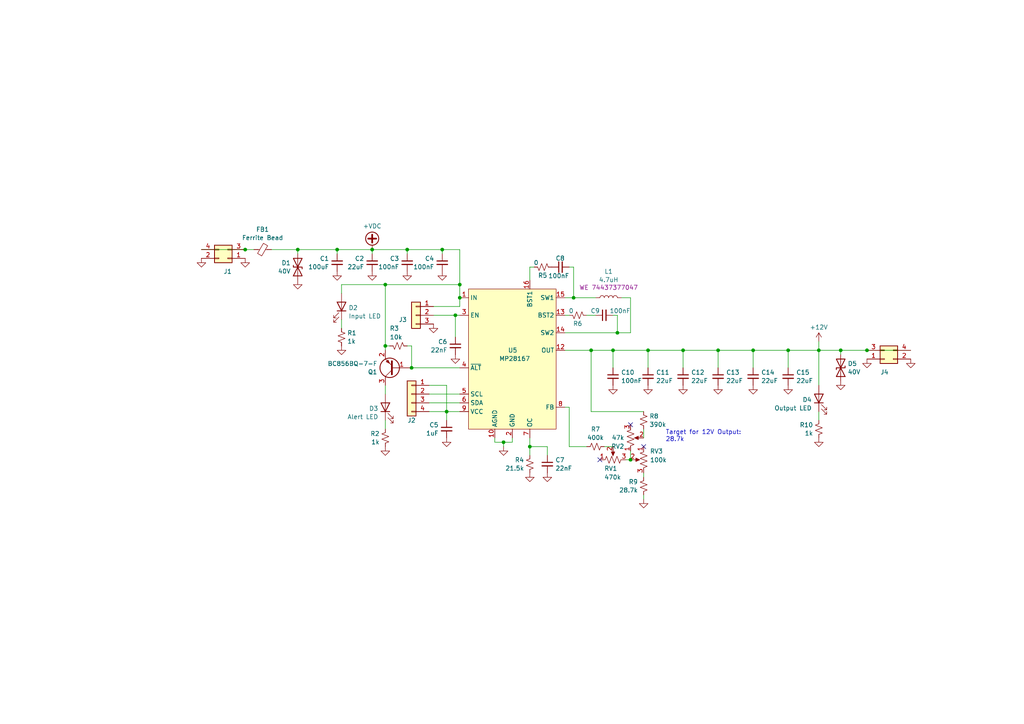
<source format=kicad_sch>
(kicad_sch (version 20231120) (generator "eeschema") (generator_version "8.0")
  (paper "A4")
  (lib_symbols
    (symbol "Connector_Generic:Conn_01x03" (pin_names (offset 1.016) hide)
      (property "Reference" "J" (at 0 5.08 0))
      (property "Value" "Conn_01x03" (at 0 -5.08 0))
      (symbol "Conn_01x03_1_1"
        (rectangle (start -1.27 -2.413) (end 0 -2.667) (stroke (width 0.1524)))
        (rectangle (start -1.27 0.127) (end 0 -0.127) (stroke (width 0.1524)))
        (rectangle (start -1.27 2.667) (end 0 2.413) (stroke (width 0.1524)))
        (rectangle (start -1.27 3.81) (end 1.27 -3.81) (stroke (width 0.254)) (fill (type background)))
        (pin passive line (at -5.08 2.54 0) (length 3.81) (name "Pin_1") (number "1"))
        (pin passive line (at -5.08 0 0) (length 3.81) (name "Pin_2") (number "2"))
        (pin passive line (at -5.08 -2.54 0) (length 3.81) (name "Pin_3") (number "3"))
      )
    )
    (symbol "Connector_Generic:Conn_01x04" (pin_names (offset 1.016) hide)
      (property "Reference" "J" (at 0 5.08 0))
      (property "Value" "Conn_01x04" (at 0 -7.62 0))
      (symbol "Conn_01x04_1_1"
        (rectangle (start -1.27 -4.953) (end 0 -5.207) (stroke (width 0.1524)))
        (rectangle (start -1.27 -2.413) (end 0 -2.667) (stroke (width 0.1524)))
        (rectangle (start -1.27 0.127) (end 0 -0.127) (stroke (width 0.1524)))
        (rectangle (start -1.27 2.667) (end 0 2.413) (stroke (width 0.1524)))
        (rectangle (start -1.27 3.81) (end 1.27 -6.35) (stroke (width 0.254)) (fill (type background)))
        (pin passive line (at -5.08 2.54 0) (length 3.81) (name "Pin_1") (number "1"))
        (pin passive line (at -5.08 0 0) (length 3.81) (name "Pin_2") (number "2"))
        (pin passive line (at -5.08 -2.54 0) (length 3.81) (name "Pin_3") (number "3"))
        (pin passive line (at -5.08 -5.08 0) (length 3.81) (name "Pin_4") (number "4"))
      )
    )
    (symbol "Connector_Generic:Conn_02x02_Odd_Even" (pin_names (offset 1.016) hide)
      (property "Reference" "J" (at 1.27 2.54 0))
      (property "Value" "Conn_02x02_Odd_Even" (at 1.27 -5.08 0))
      (symbol "Conn_02x02_Odd_Even_1_1"
        (rectangle (start -1.27 -2.413) (end 0 -2.667) (stroke (width 0.1524)))
        (rectangle (start -1.27 0.127) (end 0 -0.127) (stroke (width 0.1524)))
        (rectangle (start -1.27 1.27) (end 3.81 -3.81) (stroke (width 0.254)) (fill (type background)))
        (rectangle (start 3.81 -2.413) (end 2.54 -2.667) (stroke (width 0.1524)))
        (rectangle (start 3.81 0.127) (end 2.54 -0.127) (stroke (width 0.1524)))
        (pin passive line (at -5.08 0 0) (length 3.81) (name "Pin_1") (number "1"))
        (pin passive line (at 7.62 0 180) (length 3.81) (name "Pin_2") (number "2"))
        (pin passive line (at -5.08 -2.54 0) (length 3.81) (name "Pin_3") (number "3"))
        (pin passive line (at 7.62 -2.54 180) (length 3.81) (name "Pin_4") (number "4"))
      )
    )
    (symbol "Device:C_Small" (pin_numbers hide) (pin_names (offset 0.254) hide)
      (property "Reference" "C" (at 0.254 1.778 0))
      (property "Value" "C_Small" (at 0.254 -2.032 0))
      (symbol "C_Small_0_1"
        (polyline (pts (xy -1.524 -0.508) (xy 1.524 -0.508)) (stroke (width 0.3302)))
        (polyline (pts (xy -1.524 0.508) (xy 1.524 0.508)) (stroke (width 0.3048)))
      )
      (symbol "C_Small_1_1"
        (pin passive line (at 0 2.54 270) (length 2.032) (name "~") (number "1"))
        (pin passive line (at 0 -2.54 90) (length 2.032) (name "~") (number "2"))
      )
    )
    (symbol "Device:D_TVS" (pin_numbers hide) (pin_names (offset 1.016) hide)
      (property "Reference" "D" (at 0 2.54 0))
      (property "Value" "D_TVS" (at 0 -2.54 0))
      (symbol "D_TVS_0_1"
        (polyline (pts (xy 1.27 0) (xy -1.27 0)))
        (polyline (pts (xy 0.508 1.27) (xy 0 1.27) (xy 0 -1.27) (xy -0.508 -1.27)) (stroke (width 0.254)))
        (polyline (pts (xy -2.54 1.27) (xy -2.54 -1.27) (xy 2.54 1.27) (xy 2.54 -1.27) (xy -2.54 1.27)) (stroke (width 0.254)))
      )
      (symbol "D_TVS_1_1"
        (pin passive line (at -3.81 0 0) (length 2.54) (name "A1") (number "1"))
        (pin passive line (at 3.81 0 180) (length 2.54) (name "A2") (number "2"))
      )
    )
    (symbol "Device:FerriteBead_Small" (pin_numbers hide) (pin_names (offset 0))
      (property "Reference" "FB" (at 1.905 1.27 0))
      (property "Value" "FerriteBead_Small" (at 1.905 -1.27 0))
      (symbol "FerriteBead_Small_0_1"
        (polyline (pts (xy 0 -1.27) (xy 0 -0.7874)))
        (polyline (pts (xy 0 0.889) (xy 0 1.2954)))
        (polyline (pts (xy -1.8288 0.2794) (xy -1.1176 1.4986) (xy 1.8288 -0.2032) (xy 1.1176 -1.4224) (xy -1.8288 0.2794)))
      )
      (symbol "FerriteBead_Small_1_1"
        (pin passive line (at 0 2.54 270) (length 1.27) (name "~") (number "1"))
        (pin passive line (at 0 -2.54 90) (length 1.27) (name "~") (number "2"))
      )
    )
    (symbol "Device:L" (pin_numbers hide) (pin_names (offset 1.016) hide)
      (property "Reference" "L" (at -1.27 0 90))
      (property "Value" "L" (at 1.905 0 90))
      (symbol "L_0_1"
        (arc (start 0 -2.54) (mid 0.6323 -1.905) (end 0 -1.27))
        (arc (start 0 -1.27) (mid 0.6323 -0.635) (end 0 0))
        (arc (start 0 0) (mid 0.6323 0.635) (end 0 1.27))
        (arc (start 0 1.27) (mid 0.6323 1.905) (end 0 2.54))
      )
      (symbol "L_1_1"
        (pin passive line (at 0 3.81 270) (length 1.27) (name "1") (number "1"))
        (pin passive line (at 0 -3.81 90) (length 1.27) (name "2") (number "2"))
      )
    )
    (symbol "Device:LED" (pin_numbers hide) (pin_names (offset 1.016) hide)
      (property "Reference" "D" (at 0 2.54 0))
      (property "Value" "LED" (at 0 -2.54 0))
      (symbol "LED_0_1"
        (polyline (pts (xy -1.27 -1.27) (xy -1.27 1.27)) (stroke (width 0.254)))
        (polyline (pts (xy -1.27 0) (xy 1.27 0)))
        (polyline (pts (xy 1.27 -1.27) (xy 1.27 1.27) (xy -1.27 0) (xy 1.27 -1.27)) (stroke (width 0.254)))
        (polyline (pts (xy -3.048 -0.762) (xy -4.572 -2.286) (xy -3.81 -2.286) (xy -4.572 -2.286) (xy -4.572 -1.524)))
        (polyline (pts (xy -1.778 -0.762) (xy -3.302 -2.286) (xy -2.54 -2.286) (xy -3.302 -2.286) (xy -3.302 -1.524)))
      )
      (symbol "LED_1_1"
        (pin passive line (at -3.81 0 0) (length 2.54) (name "K") (number "1"))
        (pin passive line (at 3.81 0 180) (length 2.54) (name "A") (number "2"))
      )
    )
    (symbol "Device:Q_PNP_BEC" (pin_names (offset 0) hide)
      (property "Reference" "Q" (at 5.08 1.27 0))
      (property "Value" "Q_PNP_BEC" (at 5.08 -1.27 0))
      (symbol "Q_PNP_BEC_0_1"
        (polyline (pts (xy 0.635 0.635) (xy 2.54 2.54)))
        (polyline (pts (xy 0.635 -0.635) (xy 2.54 -2.54) (xy 2.54 -2.54)))
        (polyline (pts (xy 0.635 1.905) (xy 0.635 -1.905) (xy 0.635 -1.905)) (stroke (width 0.508)))
        (polyline (pts (xy 2.286 -1.778) (xy 1.778 -2.286) (xy 1.27 -1.27) (xy 2.286 -1.778) (xy 2.286 -1.778)) (fill (type outline)))
        (circle (center 1.27 0) (radius 2.8194) (stroke (width 0.254)))
      )
      (symbol "Q_PNP_BEC_1_1"
        (pin input line (at -5.08 0 0) (length 5.715) (name "B") (number "1"))
        (pin passive line (at 2.54 -5.08 90) (length 2.54) (name "E") (number "2"))
        (pin passive line (at 2.54 5.08 270) (length 2.54) (name "C") (number "3"))
      )
    )
    (symbol "Device:R_Potentiometer_US" (pin_names (offset 1.016) hide)
      (property "Reference" "RV" (at -4.445 0 90))
      (property "Value" "R_Potentiometer_US" (at -2.54 0 90))
      (symbol "R_Potentiometer_US_0_1"
        (polyline (pts (xy 0 -2.286) (xy 0 -2.54)))
        (polyline (pts (xy 0 2.54) (xy 0 2.286)))
        (polyline (pts (xy 2.54 0) (xy 1.524 0)))
        (polyline (pts (xy 1.143 0) (xy 2.286 0.508) (xy 2.286 -0.508) (xy 1.143 0)) (fill (type outline)))
        (polyline (pts (xy 0 -0.762) (xy 1.016 -1.143) (xy 0 -1.524) (xy -1.016 -1.905) (xy 0 -2.286)))
        (polyline (pts (xy 0 0.762) (xy 1.016 0.381) (xy 0 0) (xy -1.016 -0.381) (xy 0 -0.762)))
        (polyline (pts (xy 0 2.286) (xy 1.016 1.905) (xy 0 1.524) (xy -1.016 1.143) (xy 0 0.762)))
      )
      (symbol "R_Potentiometer_US_1_1"
        (pin passive line (at 0 3.81 270) (length 1.27) (name "1") (number "1"))
        (pin passive line (at 3.81 0 180) (length 1.27) (name "2") (number "2"))
        (pin passive line (at 0 -3.81 90) (length 1.27) (name "3") (number "3"))
      )
    )
    (symbol "Device:R_Small_US" (pin_numbers hide) (pin_names (offset 0.254) hide)
      (property "Reference" "R" (at 0.762 0.508 0))
      (property "Value" "R_Small_US" (at 0.762 -1.016 0))
      (symbol "R_Small_US_1_1"
        (polyline (pts (xy 0 0) (xy 1.016 -0.381) (xy 0 -0.762) (xy -1.016 -1.143) (xy 0 -1.524)))
        (polyline (pts (xy 0 1.524) (xy 1.016 1.143) (xy 0 0.762) (xy -1.016 0.381) (xy 0 0)))
        (pin passive line (at 0 2.54 270) (length 1.016) (name "~") (number "1"))
        (pin passive line (at 0 -2.54 90) (length 1.016) (name "~") (number "2"))
      )
    )
    (symbol "GND_2" (power) (pin_names (offset 0))
      (property "Value" "GND_2" (at 0 -3.81 0))
      (symbol "GND_2_0_1"
        (polyline (pts (xy 0 0) (xy 0 -1.27) (xy 1.27 -1.27) (xy 0 -2.54) (xy -1.27 -1.27) (xy 0 -1.27)))
      )
      (symbol "GND_2_1_1"
        (pin power_in line (at 0 0 270) (length 0) hide (name "GND") (number "1"))
      )
    )
    (symbol "MR_COM_Libraries:MP28167-A"
      (property "Reference" "U" (at 0 21.59 0))
      (property "Value" "MP28167" (at 0 21.59 0))
      (symbol "MP28167-A_0_0"
        (pin power_in line (at -15.24 17.78 0) (length 2.54) (name "IN") (number "1"))
        (pin power_in line (at -5.08 -22.86 90) (length 2.54) (name "AGND") (number "10"))
        (pin power_out line (at 15.24 2.54 180) (length 2.54) (name "OUT") (number "12"))
        (pin input line (at 15.24 12.7 180) (length 2.54) (name "BST2") (number "13"))
        (pin output line (at 15.24 7.62 180) (length 2.54) (name "SW2") (number "14"))
        (pin output line (at 15.24 17.78 180) (length 2.54) (name "SW1") (number "15"))
        (pin input line (at 5.08 22.86 270) (length 2.54) (name "BST1") (number "16"))
        (pin power_in line (at 0 -22.86 90) (length 2.54) (name "GND") (number "2"))
        (pin input line (at -15.24 12.7 0) (length 2.54) (name "EN") (number "3"))
        (pin bidirectional line (at -15.24 -10.16 0) (length 2.54) (name "SCL") (number "5"))
        (pin bidirectional line (at -15.24 -12.7 0) (length 2.54) (name "SDA") (number "6"))
        (pin input line (at 5.08 -22.86 90) (length 2.54) (name "OC") (number "7"))
        (pin input line (at 15.24 -13.97 180) (length 2.54) (name "FB") (number "8"))
        (pin output line (at -15.24 -15.24 0) (length 2.54) (name "VCC") (number "9"))
      )
      (symbol "MP28167-A_1_0"
        (pin power_in line (at 0 -22.86 90) (length 2.54) hide (name "GND") (number "11"))
        (pin output line (at -15.24 -2.54 0) (length 2.54) (name "~{ALT}") (number "4"))
      )
      (symbol "MP28167-A_1_1"
        (rectangle (start -12.7 20.32) (end 12.7 -20.32) (fill (type background)))
      )
    )
    (symbol "power:+12V" (power) (pin_names (offset 0))
      (property "Value" "+12V" (at 0 3.556 0))
      (symbol "+12V_0_1"
        (polyline (pts (xy -0.762 1.27) (xy 0 2.54)))
        (polyline (pts (xy 0 0) (xy 0 2.54)))
        (polyline (pts (xy 0 2.54) (xy 0.762 1.27)))
      )
      (symbol "+12V_1_1"
        (pin power_in line (at 0 0 90) (length 0) hide (name "+12V") (number "1"))
      )
    )
    (symbol "power:+VDC" (power) (pin_names (offset 0))
      (property "Value" "+VDC" (at 0 6.35 0))
      (symbol "+VDC_0_1"
        (polyline (pts (xy -1.143 3.175) (xy 1.143 3.175)) (stroke (width 0.508)))
        (polyline (pts (xy 0 0) (xy 0 1.27)))
        (polyline (pts (xy 0 2.032) (xy 0 4.318)) (stroke (width 0.508)))
        (circle (center 0 3.175) (radius 1.905) (stroke (width 0.254)))
      )
      (symbol "+VDC_1_1"
        (pin power_in line (at 0 0 90) (length 0) hide (name "+VDC") (number "1"))
      )
    )
  )
  (junction (at 251.46 101.6))
  (junction (at 132.08 91.44))
  (junction (at 71.12 72.39))
  (junction (at 111.76 100.33))
  (junction (at 111.76 82.55))
  (junction (at 119.38 106.68))
  (junction (at 198.12 101.6))
  (junction (at 182.88 133.35))
  (junction (at 218.44 101.6))
  (junction (at 237.49 101.6))
  (junction (at 86.36 72.39))
  (junction (at 177.8 101.6))
  (junction (at 133.35 82.55))
  (junction (at 128.27 72.39))
  (junction (at 208.28 101.6))
  (junction (at 133.35 86.36))
  (junction (at 171.45 101.6))
  (junction (at 97.79 72.39))
  (junction (at 179.07 96.52))
  (junction (at 243.84 101.6))
  (junction (at 129.54 119.38))
  (junction (at 107.95 72.39))
  (junction (at 166.37 86.36))
  (junction (at 118.11 72.39))
  (junction (at 187.96 101.6))
  (junction (at 228.6 101.6))
  (junction (at 146.05 128.27))
  (junction (at 153.67 129.54))
  (no_connect (at 173.99 133.35))
  (no_connect (at 182.88 123.19))
  (no_connect (at 186.69 129.54))
  (wire (pts (xy 153.67 77.47) (xy 153.67 81.28)))
  (wire (pts (xy 251.46 101.6) (xy 264.16 101.6)))
  (wire (pts (xy 186.69 119.38) (xy 171.45 119.38)))
  (wire (pts (xy 218.44 101.6) (xy 228.6 101.6)))
  (wire (pts (xy 182.88 96.52) (xy 179.07 96.52)))
  (wire (pts (xy 165.1 77.47) (xy 166.37 77.47)))
  (wire (pts (xy 125.73 91.44) (xy 132.08 91.44)))
  (wire (pts (xy 187.96 101.6) (xy 198.12 101.6)))
  (wire (pts (xy 163.83 118.11) (xy 165.1 118.11)))
  (wire (pts (xy 198.12 101.6) (xy 208.28 101.6)))
  (wire (pts (xy 153.67 129.54) (xy 153.67 127)))
  (wire (pts (xy 177.8 101.6) (xy 187.96 101.6)))
  (wire (pts (xy 99.06 82.55) (xy 99.06 85.09)))
  (wire (pts (xy 118.11 72.39) (xy 128.27 72.39)))
  (wire (pts (xy 165.1 129.54) (xy 170.18 129.54)))
  (wire (pts (xy 129.54 111.76) (xy 129.54 119.38)))
  (wire (pts (xy 163.83 91.44) (xy 165.1 91.44)))
  (wire (pts (xy 208.28 101.6) (xy 218.44 101.6)))
  (wire (pts (xy 208.28 106.68) (xy 208.28 101.6)))
  (wire (pts (xy 97.79 72.39) (xy 97.79 73.66)))
  (wire (pts (xy 228.6 101.6) (xy 237.49 101.6)))
  (wire (pts (xy 237.49 119.38) (xy 237.49 121.92)))
  (wire (pts (xy 71.12 72.39) (xy 73.66 72.39)))
  (wire (pts (xy 198.12 106.68) (xy 198.12 101.6)))
  (wire (pts (xy 124.46 116.84) (xy 133.35 116.84)))
  (wire (pts (xy 243.84 101.6) (xy 251.46 101.6)))
  (wire (pts (xy 78.74 72.39) (xy 86.36 72.39)))
  (wire (pts (xy 171.45 101.6) (xy 163.83 101.6)))
  (wire (pts (xy 111.76 121.92) (xy 111.76 124.46)))
  (wire (pts (xy 97.79 72.39) (xy 107.95 72.39)))
  (wire (pts (xy 186.69 138.43) (xy 186.69 137.16)))
  (wire (pts (xy 170.18 91.44) (xy 172.72 91.44)))
  (wire (pts (xy 128.27 72.39) (xy 128.27 73.66)))
  (wire (pts (xy 133.35 82.55) (xy 133.35 86.36)))
  (wire (pts (xy 99.06 92.71) (xy 99.06 95.25)))
  (wire (pts (xy 153.67 132.08) (xy 153.67 129.54)))
  (wire (pts (xy 124.46 111.76) (xy 129.54 111.76)))
  (wire (pts (xy 143.51 127) (xy 143.51 128.27)))
  (wire (pts (xy 146.05 129.54) (xy 146.05 128.27)))
  (wire (pts (xy 58.42 72.39) (xy 71.12 72.39)))
  (wire (pts (xy 187.96 106.68) (xy 187.96 101.6)))
  (wire (pts (xy 165.1 118.11) (xy 165.1 129.54)))
  (wire (pts (xy 107.95 72.39) (xy 107.95 73.66)))
  (wire (pts (xy 111.76 82.55) (xy 133.35 82.55)))
  (wire (pts (xy 171.45 101.6) (xy 177.8 101.6)))
  (wire (pts (xy 243.84 101.6) (xy 243.84 102.87)))
  (wire (pts (xy 119.38 100.33) (xy 119.38 106.68)))
  (wire (pts (xy 128.27 72.39) (xy 133.35 72.39)))
  (wire (pts (xy 124.46 119.38) (xy 129.54 119.38)))
  (wire (pts (xy 111.76 100.33) (xy 111.76 82.55)))
  (wire (pts (xy 166.37 86.36) (xy 172.72 86.36)))
  (wire (pts (xy 163.83 86.36) (xy 166.37 86.36)))
  (wire (pts (xy 111.76 100.33) (xy 113.03 100.33)))
  (wire (pts (xy 237.49 99.06) (xy 237.49 101.6)))
  (wire (pts (xy 153.67 77.47) (xy 154.94 77.47)))
  (wire (pts (xy 86.36 73.66) (xy 86.36 72.39)))
  (wire (pts (xy 99.06 82.55) (xy 111.76 82.55)))
  (wire (pts (xy 111.76 111.76) (xy 111.76 114.3)))
  (wire (pts (xy 182.88 130.81) (xy 182.88 133.35)))
  (wire (pts (xy 86.36 72.39) (xy 97.79 72.39)))
  (wire (pts (xy 133.35 91.44) (xy 132.08 91.44)))
  (wire (pts (xy 132.08 91.44) (xy 132.08 97.79)))
  (wire (pts (xy 177.8 101.6) (xy 177.8 106.68)))
  (wire (pts (xy 182.88 86.36) (xy 182.88 96.52)))
  (wire (pts (xy 129.54 121.92) (xy 129.54 119.38)))
  (wire (pts (xy 228.6 106.68) (xy 228.6 101.6)))
  (wire (pts (xy 143.51 128.27) (xy 146.05 128.27)))
  (wire (pts (xy 111.76 100.33) (xy 111.76 101.6)))
  (wire (pts (xy 237.49 101.6) (xy 237.49 111.76)))
  (wire (pts (xy 107.95 72.39) (xy 118.11 72.39)))
  (wire (pts (xy 118.11 100.33) (xy 119.38 100.33)))
  (wire (pts (xy 133.35 72.39) (xy 133.35 82.55)))
  (wire (pts (xy 133.35 119.38) (xy 129.54 119.38)))
  (wire (pts (xy 186.69 144.78) (xy 186.69 143.51)))
  (wire (pts (xy 125.73 88.9) (xy 133.35 88.9)))
  (wire (pts (xy 124.46 114.3) (xy 133.35 114.3)))
  (wire (pts (xy 158.75 132.08) (xy 158.75 129.54)))
  (wire (pts (xy 148.59 128.27) (xy 148.59 127)))
  (wire (pts (xy 146.05 128.27) (xy 148.59 128.27)))
  (wire (pts (xy 218.44 106.68) (xy 218.44 101.6)))
  (wire (pts (xy 177.8 129.54) (xy 175.26 129.54)))
  (wire (pts (xy 177.8 91.44) (xy 179.07 91.44)))
  (wire (pts (xy 179.07 91.44) (xy 179.07 96.52)))
  (wire (pts (xy 181.61 133.35) (xy 182.88 133.35)))
  (wire (pts (xy 180.34 86.36) (xy 182.88 86.36)))
  (wire (pts (xy 118.11 72.39) (xy 118.11 73.66)))
  (wire (pts (xy 237.49 101.6) (xy 243.84 101.6)))
  (wire (pts (xy 166.37 77.47) (xy 166.37 86.36)))
  (wire (pts (xy 163.83 96.52) (xy 179.07 96.52)))
  (wire (pts (xy 186.69 124.46) (xy 186.69 127)))
  (wire (pts (xy 171.45 101.6) (xy 171.45 119.38)))
  (wire (pts (xy 133.35 88.9) (xy 133.35 86.36)))
  (wire (pts (xy 119.38 106.68) (xy 133.35 106.68)))
  (wire (pts (xy 153.67 129.54) (xy 158.75 129.54)))
  (text "Target for 12V Output:\n28.7k" (at 193.04 128.27 0) (effects (font (size 1.27 1.27)) (justify left bottom)))
  (symbol (lib_id "Device:C_Small") (at 158.75 134.62 0) (unit 1)
    (property "Reference" "C7" (at 161.0741 133.4142 0) (effects (justify left)))
    (property "Value" "22nF" (at 161.0741 135.8384 0) (effects (justify left)))
    (property "Footprint" "Capacitor_SMD:C_0603_1608Metric_Pad1.08x0.95mm_HandSolder" (effects (hide yes)))
  )
  (symbol (lib_name "GND_2") (lib_id "power:GND") (at 58.42 74.93 0) (unit 1)
    (property "Reference" "#PWR01" (effects (hide yes)))
    (property "Value" "GND" (effects (hide yes)))
  )
  (symbol (lib_id "MR_COM_Libraries:MP28167-A") (at 148.59 104.14 0) (unit 1)
    (property "Reference" "U5" (at 147.32 101.6 0) (effects (justify left)))
    (property "Value" "MP28167" (at 144.78 104.0242 0) (effects (justify left)))
    (property "Footprint" "obcModule:MP28167" (effects (hide yes)))
    (property "Datasheet" "https://www.monolithicpower.com/en/documentview/productdocument/index/version/2/document_type/Datasheet/lang/en/sku/MP28167GQ-A/" (effects (hide yes)))
  )
  (symbol (lib_name "GND_2") (lib_id "power:GND") (at 86.36 81.28 0) (unit 1)
    (property "Reference" "#PWR05" (effects (hide yes)))
    (property "Value" "GND" (effects (hide yes)))
  )
  (symbol (lib_id "Device:LED") (at 111.76 118.11 90) (unit 1)
    (property "Reference" "D3" (at 109.728 118.4854 90) (effects (justify left)))
    (property "Value" "Alert LED" (at 109.728 120.9096 90) (effects (justify left)))
    (property "Footprint" "LED_SMD:LED_0603_1608Metric_Pad1.05x0.95mm_HandSolder" (effects (hide yes)))
  )
  (symbol (lib_name "GND_2") (lib_id "power:GND") (at 125.73 93.98 0) (mirror y) (unit 1)
    (property "Reference" "#PWR012" (effects (hide yes)))
    (property "Value" "GND" (effects (hide yes)))
  )
  (symbol (lib_id "Connector_Generic:Conn_02x02_Odd_Even") (at 256.54 104.14 0) (mirror x) (unit 1)
    (property "Reference" "J4" (at 256.54 107.95 0))
    (property "Value" "Conn_01x02" (effects (hide yes)))
    (property "Footprint" "Connector_PinHeader_2.54mm:PinHeader_2x02_P2.54mm_Vertical" (effects (hide yes)))
  )
  (symbol (lib_id "Device:LED") (at 99.06 88.9 270) (mirror x) (unit 1)
    (property "Reference" "D2" (at 101.092 89.2754 90) (effects (justify left)))
    (property "Value" "Input LED" (at 101.092 91.6996 90) (effects (justify left)))
    (property "Footprint" "LED_SMD:LED_0603_1608Metric_Pad1.05x0.95mm_HandSolder" (effects (hide yes)))
  )
  (symbol (lib_name "GND_2") (lib_id "power:GND") (at 99.06 100.33 0) (unit 1)
    (property "Reference" "#PWR07" (effects (hide yes)))
    (property "Value" "GND" (effects (hide yes)))
  )
  (symbol (lib_id "Device:R_Small_US") (at 172.72 129.54 90) (unit 1)
    (property "Reference" "R7" (at 172.72 124.5067 90))
    (property "Value" "400k" (at 172.72 126.9309 90))
    (property "Footprint" "Resistor_SMD:R_0603_1608Metric_Pad0.98x0.95mm_HandSolder" (effects (hide yes)))
  )
  (symbol (lib_id "Device:R_Small_US") (at 111.76 127 0) (mirror y) (unit 1)
    (property "Reference" "R2" (at 110.109 125.7879 0) (effects (justify left)))
    (property "Value" "1k" (at 110.109 128.2121 0) (effects (justify left)))
    (property "Footprint" "Resistor_SMD:R_0603_1608Metric_Pad0.98x0.95mm_HandSolder" (effects (hide yes)))
  )
  (symbol (lib_id "Device:C_Small") (at 107.95 76.2 0) (mirror y) (unit 1)
    (property "Reference" "C2" (at 105.6259 74.9942 0) (effects (justify left)))
    (property "Value" "22uF" (at 105.6259 77.4184 0) (effects (justify left)))
    (property "Footprint" "Capacitor_SMD:C_0805_2012Metric_Pad1.18x1.45mm_HandSolder" (effects (hide yes)))
  )
  (symbol (lib_id "Device:C_Small") (at 129.54 124.46 0) (mirror y) (unit 1)
    (property "Reference" "C5" (at 127.2159 123.2542 0) (effects (justify left)))
    (property "Value" "1uF" (at 127.2159 125.6784 0) (effects (justify left)))
    (property "Footprint" "Capacitor_SMD:C_0603_1608Metric_Pad1.08x0.95mm_HandSolder" (effects (hide yes)))
  )
  (symbol (lib_name "GND_2") (lib_id "power:GND") (at 218.44 111.76 0) (mirror y) (unit 1)
    (property "Reference" "#PWR024" (effects (hide yes)))
    (property "Value" "GND" (effects (hide yes)))
  )
  (symbol (lib_name "GND_2") (lib_id "power:GND") (at 198.12 111.76 0) (mirror y) (unit 1)
    (property "Reference" "#PWR022" (effects (hide yes)))
    (property "Value" "GND" (effects (hide yes)))
  )
  (symbol (lib_id "Device:R_Small_US") (at 115.57 100.33 90) (mirror x) (unit 1)
    (property "Reference" "R3" (at 113.03 95.25 90) (effects (justify right)))
    (property "Value" "10k" (at 113.03 97.79 90) (effects (justify right)))
    (property "Footprint" "Resistor_SMD:R_0603_1608Metric_Pad0.98x0.95mm_HandSolder" (effects (hide yes)))
  )
  (symbol (lib_id "Device:R_Potentiometer_US") (at 186.69 133.35 0) (mirror y) (unit 1)
    (property "Reference" "RV3" (at 188.4979 130.8706 0) (effects (justify right)))
    (property "Value" "100k" (at 188.4979 133.4106 0) (effects (justify right)))
    (property "Footprint" "Potentiometer_SMD:Potentiometer_Bourns_TC33X_Vertical" (effects (hide yes)))
    (property "Datasheet" "https://www.bourns.com/docs/Product-Datasheets/TC33.pdf" (effects (hide yes)))
    (property "Field5" "Bournes TC33" (effects (hide yes)))
  )
  (symbol (lib_id "Device:R_Small_US") (at 157.48 77.47 270) (mirror x) (unit 1)
    (property "Reference" "R5" (at 158.75 79.8942 90) (effects (justify right)))
    (property "Value" "0" (at 156.21 76.2 90) (effects (justify right)))
    (property "Footprint" "Resistor_SMD:R_0402_1005Metric_Pad0.72x0.64mm_HandSolder" (effects (hide yes)))
  )
  (symbol (lib_id "Device:L") (at 176.53 86.36 90) (unit 1)
    (property "Reference" "L1" (at 176.53 78.74 90))
    (property "Value" "4.7uH" (at 176.53 81.1642 90))
    (property "Footprint" "obcModule:WE_74437377047" (effects (hide yes)))
    (property "Datasheet" "https://www.we-online.com/components/products/datasheet/74437377047.pdf" (effects (hide yes)))
    (property "Field4" "7.5A" (effects (hide yes)))
    (property "Field5" "https://www.digikey.com/en/products/detail/w%C3%BCrth-elektronik/74437377047/2791104" (effects (hide yes)))
    (property "Field6" "WE 74437377047" (at 176.53 83.3896 90))
  )
  (symbol (lib_id "Device:C_Small") (at 218.44 109.22 0) (unit 1)
    (property "Reference" "C14" (at 220.7641 108.0142 0) (effects (justify left)))
    (property "Value" "22uF" (at 220.7641 110.4384 0) (effects (justify left)))
    (property "Footprint" "Capacitor_SMD:C_0805_2012Metric_Pad1.18x1.45mm_HandSolder" (effects (hide yes)))
  )
  (symbol (lib_name "GND_2") (lib_id "power:GND") (at 153.67 137.16 0) (unit 1)
    (property "Reference" "#PWR017" (effects (hide yes)))
    (property "Value" "GND" (effects (hide yes)))
  )
  (symbol (lib_name "GND_2") (lib_id "power:GND") (at 237.49 127 0) (unit 1)
    (property "Reference" "#PWR027" (effects (hide yes)))
    (property "Value" "GND" (effects (hide yes)))
  )
  (symbol (lib_id "Connector_Generic:Conn_02x02_Odd_Even") (at 66.04 74.93 180) (unit 1)
    (property "Reference" "J1" (at 66.04 78.74 0))
    (property "Value" "Conn_01x02" (effects (hide yes)))
    (property "Footprint" "Connector_PinHeader_2.54mm:PinHeader_2x02_P2.54mm_Vertical" (effects (hide yes)))
  )
  (symbol (lib_id "Device:R_Small_US") (at 167.64 91.44 270) (mirror x) (unit 1)
    (property "Reference" "R6" (at 168.91 93.8642 90) (effects (justify right)))
    (property "Value" "0" (at 166.37 90.17 90) (effects (justify right)))
    (property "Footprint" "Resistor_SMD:R_0402_1005Metric_Pad0.72x0.64mm_HandSolder" (effects (hide yes)))
  )
  (symbol (lib_id "Device:C_Small") (at 187.96 109.22 0) (unit 1)
    (property "Reference" "C11" (at 190.2841 108.0142 0) (effects (justify left)))
    (property "Value" "22uF" (at 190.2841 110.4384 0) (effects (justify left)))
    (property "Footprint" "Capacitor_SMD:C_0805_2012Metric_Pad1.18x1.45mm_HandSolder" (effects (hide yes)))
  )
  (symbol (lib_id "Device:R_Small_US") (at 186.69 140.97 0) (mirror x) (unit 1)
    (property "Reference" "R9" (at 185.039 139.7579 0) (effects (justify right)))
    (property "Value" "28.7k" (at 185.039 142.1821 0) (effects (justify right)))
    (property "Footprint" "Resistor_SMD:R_0603_1608Metric_Pad0.98x0.95mm_HandSolder" (effects (hide yes)))
  )
  (symbol (lib_name "GND_2") (lib_id "power:GND") (at 177.8 111.76 0) (unit 1)
    (property "Reference" "#PWR019" (effects (hide yes)))
    (property "Value" "GND" (effects (hide yes)))
  )
  (symbol (lib_id "power:+12V") (at 237.49 99.06 0) (unit 1)
    (property "Reference" "#PWR026" (effects (hide yes)))
    (property "Value" "+12V" (at 237.49 94.9269 0))
  )
  (symbol (lib_name "GND_2") (lib_id "power:GND") (at 251.46 104.14 0) (mirror y) (unit 1)
    (property "Reference" "#PWR029" (effects (hide yes)))
    (property "Value" "GND" (effects (hide yes)))
  )
  (symbol (lib_id "Device:D_TVS") (at 243.84 106.68 270) (mirror x) (unit 1)
    (property "Reference" "D5" (at 245.872 105.4679 90) (effects (justify left)))
    (property "Value" "40V" (at 245.872 107.8921 90) (effects (justify left)))
    (property "Footprint" "libraries:PowerDI_123" (effects (hide yes)))
    (property "Datasheet" "https://www.diodes.com/assets/Datasheets/DFLT5V0A_DFLT220A.pdf" (effects (hide yes)))
    (property "Digikey" "https://www.digikey.com/en/products/detail/diodes-incorporated/DFLT27A-7/776771" (effects (hide yes)))
  )
  (symbol (lib_id "Device:C_Small") (at 208.28 109.22 0) (unit 1)
    (property "Reference" "C13" (at 210.6041 108.0142 0) (effects (justify left)))
    (property "Value" "22uF" (at 210.6041 110.4384 0) (effects (justify left)))
    (property "Footprint" "Capacitor_SMD:C_0805_2012Metric_Pad1.18x1.45mm_HandSolder" (effects (hide yes)))
  )
  (symbol (lib_name "GND_2") (lib_id "power:GND") (at 264.16 104.14 0) (mirror y) (unit 1)
    (property "Reference" "#PWR032" (effects (hide yes)))
    (property "Value" "GND" (effects (hide yes)))
  )
  (symbol (lib_id "Device:R_Potentiometer_US") (at 177.8 133.35 90) (unit 1)
    (property "Reference" "RV1" (at 175.26 135.89 90) (effects (justify right)))
    (property "Value" "470k" (at 175.26 138.43 90) (effects (justify right)))
    (property "Footprint" "Potentiometer_SMD:Potentiometer_Bourns_TC33X_Vertical" (effects (hide yes)))
    (property "Datasheet" "https://www.bourns.com/docs/Product-Datasheets/TC33.pdf" (effects (hide yes)))
    (property "Field5" "Bournes TC33" (effects (hide yes)))
  )
  (symbol (lib_name "GND_2") (lib_id "power:GND") (at 243.84 110.49 0) (mirror y) (unit 1)
    (property "Reference" "#PWR028" (effects (hide yes)))
    (property "Value" "GND" (effects (hide yes)))
  )
  (symbol (lib_name "GND_2") (lib_id "power:GND") (at 97.79 78.74 0) (unit 1)
    (property "Reference" "#PWR06" (effects (hide yes)))
    (property "Value" "GND" (effects (hide yes)))
  )
  (symbol (lib_name "GND_2") (lib_id "power:GND") (at 118.11 78.74 0) (unit 1)
    (property "Reference" "#PWR011" (effects (hide yes)))
    (property "Value" "GND" (effects (hide yes)))
  )
  (symbol (lib_id "Device:D_TVS") (at 86.36 77.47 90) (unit 1)
    (property "Reference" "D1" (at 84.328 76.2579 90) (effects (justify left)))
    (property "Value" "40V" (at 84.328 78.6821 90) (effects (justify left)))
    (property "Footprint" "libraries:PowerDI_123" (effects (hide yes)))
    (property "Datasheet" "https://www.diodes.com/assets/Datasheets/DFLT5V0A_DFLT220A.pdf" (effects (hide yes)))
    (property "Digikey" "https://www.digikey.com/en/products/detail/diodes-incorporated/DFLT27A-7/776771" (effects (hide yes)))
  )
  (symbol (lib_id "Device:R_Small_US") (at 186.69 121.92 180) (unit 1)
    (property "Reference" "R8" (at 188.341 120.7079 0) (effects (justify right)))
    (property "Value" "390k" (at 188.341 123.1321 0) (effects (justify right)))
    (property "Footprint" "Resistor_SMD:R_0603_1608Metric_Pad0.98x0.95mm_HandSolder" (effects (hide yes)))
  )
  (symbol (lib_id "Device:C_Small") (at 177.8 109.22 0) (unit 1)
    (property "Reference" "C10" (at 180.1241 108.0142 0) (effects (justify left)))
    (property "Value" "100nF" (at 180.1241 110.4384 0) (effects (justify left)))
    (property "Footprint" "Capacitor_SMD:C_0603_1608Metric_Pad1.08x0.95mm_HandSolder" (effects (hide yes)))
  )
  (symbol (lib_id "Device:C_Small") (at 162.56 77.47 90) (unit 1)
    (property "Reference" "C8" (at 163.83 74.93 90) (effects (justify left)))
    (property "Value" "100nF" (at 165.1 80.01 90) (effects (justify left)))
    (property "Footprint" "Capacitor_SMD:C_0603_1608Metric_Pad1.08x0.95mm_HandSolder" (effects (hide yes)))
  )
  (symbol (lib_id "Device:C_Small") (at 228.6 109.22 0) (unit 1)
    (property "Reference" "C15" (at 230.9241 108.0142 0) (effects (justify left)))
    (property "Value" "22uF" (at 230.9241 110.4384 0) (effects (justify left)))
    (property "Footprint" "Capacitor_SMD:C_0805_2012Metric_Pad1.18x1.45mm_HandSolder" (effects (hide yes)))
  )
  (symbol (lib_name "GND_2") (lib_id "power:GND") (at 107.95 78.74 0) (unit 1)
    (property "Reference" "#PWR09" (effects (hide yes)))
    (property "Value" "GND" (effects (hide yes)))
  )
  (symbol (lib_id "Device:C_Small") (at 128.27 76.2 0) (mirror y) (unit 1)
    (property "Reference" "C4" (at 125.9459 74.9942 0) (effects (justify left)))
    (property "Value" "100nF" (at 125.9459 77.4184 0) (effects (justify left)))
    (property "Footprint" "Capacitor_SMD:C_0603_1608Metric_Pad1.08x0.95mm_HandSolder" (effects (hide yes)))
  )
  (symbol (lib_name "GND_2") (lib_id "power:GND") (at 186.69 144.78 0) (unit 1)
    (property "Reference" "#PWR020" (effects (hide yes)))
    (property "Value" "GND" (effects (hide yes)))
  )
  (symbol (lib_id "Device:Q_PNP_BEC") (at 114.3 106.68 180) (unit 1)
    (property "Reference" "Q1" (at 109.4486 107.8921 0) (effects (justify left)))
    (property "Value" "BC856BQ-7-F" (at 109.4486 105.4679 0) (effects (justify left)))
    (property "Footprint" "Package_TO_SOT_SMD:SOT-23" (effects (hide yes)))
  )
  (symbol (lib_id "Device:LED") (at 237.49 115.57 90) (unit 1)
    (property "Reference" "D4" (at 235.458 115.9454 90) (effects (justify left)))
    (property "Value" "Output LED" (at 235.458 118.3696 90) (effects (justify left)))
    (property "Footprint" "LED_SMD:LED_0603_1608Metric_Pad1.05x0.95mm_HandSolder" (effects (hide yes)))
  )
  (symbol (lib_id "Device:R_Small_US") (at 237.49 124.46 0) (mirror y) (unit 1)
    (property "Reference" "R10" (at 235.839 123.2479 0) (effects (justify left)))
    (property "Value" "1k" (at 235.839 125.6721 0) (effects (justify left)))
    (property "Footprint" "Resistor_SMD:R_0603_1608Metric_Pad0.98x0.95mm_HandSolder" (effects (hide yes)))
  )
  (symbol (lib_name "GND_2") (lib_id "power:GND") (at 208.28 111.76 0) (mirror y) (unit 1)
    (property "Reference" "#PWR023" (effects (hide yes)))
    (property "Value" "GND" (effects (hide yes)))
  )
  (symbol (lib_id "Device:R_Small_US") (at 99.06 97.79 0) (unit 1)
    (property "Reference" "R1" (at 100.711 96.5779 0) (effects (justify left)))
    (property "Value" "1k" (at 100.711 99.0021 0) (effects (justify left)))
    (property "Footprint" "Resistor_SMD:R_0603_1608Metric_Pad0.98x0.95mm_HandSolder" (effects (hide yes)))
  )
  (symbol (lib_id "power:+VDC") (at 107.95 72.39 0) (unit 1)
    (property "Reference" "#PWR08" (effects (hide yes)))
    (property "Value" "+VDC" (at 107.95 65.5899 0))
  )
  (symbol (lib_name "GND_2") (lib_id "power:GND") (at 132.08 102.87 0) (mirror y) (unit 1)
    (property "Reference" "#PWR015" (effects (hide yes)))
    (property "Value" "GND" (effects (hide yes)))
  )
  (symbol (lib_id "Device:C_Small") (at 198.12 109.22 0) (unit 1)
    (property "Reference" "C12" (at 200.4441 108.0142 0) (effects (justify left)))
    (property "Value" "22uF" (at 200.4441 110.4384 0) (effects (justify left)))
    (property "Footprint" "Capacitor_SMD:C_0805_2012Metric_Pad1.18x1.45mm_HandSolder" (effects (hide yes)))
  )
  (symbol (lib_id "Device:FerriteBead_Small") (at 76.2 72.39 90) (unit 1)
    (property "Reference" "FB1" (at 76.1619 66.5439 90))
    (property "Value" "Ferrite Bead" (at 76.1619 68.9681 90))
    (property "Footprint" "Inductor_SMD:L_0805_2012Metric_Pad1.05x1.20mm_HandSolder" (effects (hide yes)))
    (property "Datasheet" "https://www.fair-rite.com/wp-content/themes/fair-rite/print_product.php?pid=19181" (effects (hide yes)))
    (property "Field4" "2508056017Y2" (effects (hide yes)))
    (property "Field5" "https://www.digikey.com/en/products/detail/fair-rite-products-corp/2508056017Y2/8594310" (effects (hide yes)))
  )
  (symbol (lib_id "Connector_Generic:Conn_01x03") (at 120.65 91.44 0) (mirror y) (unit 1)
    (property "Reference" "J3" (at 116.84 92.71 0))
    (property "Value" "Conn_01x03" (effects (hide yes)))
    (property "Footprint" "Connector_PinHeader_2.54mm:PinHeader_1x03_P2.54mm_Vertical" (effects (hide yes)))
  )
  (symbol (lib_id "Device:R_Potentiometer_US") (at 182.88 127 0) (mirror x) (unit 1)
    (property "Reference" "RV2" (at 181.0721 129.4794 0) (effects (justify right)))
    (property "Value" "47k" (at 181.0721 126.9394 0) (effects (justify right)))
    (property "Footprint" "Potentiometer_SMD:Potentiometer_Bourns_TC33X_Vertical" (effects (hide yes)))
    (property "Datasheet" "https://www.bourns.com/docs/Product-Datasheets/TC33.pdf" (effects (hide yes)))
    (property "Field5" "Bournes TC33" (effects (hide yes)))
  )
  (symbol (lib_name "GND_2") (lib_id "power:GND") (at 129.54 127 0) (mirror y) (unit 1)
    (property "Reference" "#PWR014" (effects (hide yes)))
    (property "Value" "GND" (effects (hide yes)))
  )
  (symbol (lib_id "Device:C_Small") (at 97.79 76.2 0) (mirror y) (unit 1)
    (property "Reference" "C1" (at 95.4659 74.9942 0) (effects (justify left)))
    (property "Value" "100uF" (at 95.4659 77.4184 0) (effects (justify left)))
    (property "Footprint" "Capacitor_SMD:C_1210_3225Metric" (effects (hide yes)))
  )
  (symbol (lib_name "GND_2") (lib_id "power:GND") (at 158.75 137.16 0) (unit 1)
    (property "Reference" "#PWR018" (effects (hide yes)))
    (property "Value" "GND" (effects (hide yes)))
  )
  (symbol (lib_name "GND_2") (lib_id "power:GND") (at 111.76 129.54 0) (unit 1)
    (property "Reference" "#PWR010" (effects (hide yes)))
    (property "Value" "GND" (effects (hide yes)))
  )
  (symbol (lib_name "GND_2") (lib_id "power:GND") (at 146.05 129.54 0) (unit 1)
    (property "Reference" "#PWR016" (effects (hide yes)))
    (property "Value" "GND" (effects (hide yes)))
  )
  (symbol (lib_name "GND_2") (lib_id "power:GND") (at 228.6 111.76 0) (mirror y) (unit 1)
    (property "Reference" "#PWR025" (effects (hide yes)))
    (property "Value" "GND" (effects (hide yes)))
  )
  (symbol (lib_name "GND_2") (lib_id "power:GND") (at 128.27 78.74 0) (unit 1)
    (property "Reference" "#PWR013" (effects (hide yes)))
    (property "Value" "GND" (effects (hide yes)))
  )
  (symbol (lib_id "Device:C_Small") (at 175.26 91.44 90) (unit 1)
    (property "Reference" "C9" (at 173.99 90.17 90) (effects (justify left)))
    (property "Value" "100nF" (at 182.88 90.17 90) (effects (justify left)))
    (property "Footprint" "Capacitor_SMD:C_0603_1608Metric_Pad1.08x0.95mm_HandSolder" (effects (hide yes)))
  )
  (symbol (lib_id "Device:C_Small") (at 118.11 76.2 0) (mirror y) (unit 1)
    (property "Reference" "C3" (at 115.7859 74.9942 0) (effects (justify left)))
    (property "Value" "100nF" (at 115.7859 77.4184 0) (effects (justify left)))
    (property "Footprint" "Capacitor_SMD:C_0603_1608Metric_Pad1.08x0.95mm_HandSolder" (effects (hide yes)))
  )
  (symbol (lib_id "Device:R_Small_US") (at 153.67 134.62 0) (mirror x) (unit 1)
    (property "Reference" "R4" (at 152.019 133.4079 0) (effects (justify right)))
    (property "Value" "21.5k" (at 152.019 135.8321 0) (effects (justify right)))
    (property "Footprint" "Resistor_SMD:R_0603_1608Metric_Pad0.98x0.95mm_HandSolder" (effects (hide yes)))
  )
  (symbol (lib_name "GND_2") (lib_id "power:GND") (at 71.12 74.93 0) (unit 1)
    (property "Reference" "#PWR04" (effects (hide yes)))
    (property "Value" "GND" (effects (hide yes)))
  )
  (symbol (lib_id "Device:C_Small") (at 132.08 100.33 0) (mirror y) (unit 1)
    (property "Reference" "C6" (at 129.7559 99.1242 0) (effects (justify left)))
    (property "Value" "22nF" (at 129.7559 101.5484 0) (effects (justify left)))
    (property "Footprint" "Capacitor_SMD:C_0603_1608Metric_Pad1.08x0.95mm_HandSolder" (effects (hide yes)))
  )
  (symbol (lib_name "GND_2") (lib_id "power:GND") (at 187.96 111.76 0) (mirror y) (unit 1)
    (property "Reference" "#PWR021" (effects (hide yes)))
    (property "Value" "GND" (effects (hide yes)))
  )
  (symbol (lib_id "Connector_Generic:Conn_01x04") (at 119.38 114.3 0) (mirror y) (unit 1)
    (property "Reference" "J2" (at 119.38 121.92 0))
    (property "Value" "2.54mm Pin Header x4" (effects (hide yes)))
    (property "Footprint" "Connector_PinHeader_2.54mm:PinHeader_1x04_P2.54mm_Vertical" (effects (hide yes)))
  )
)
</source>
